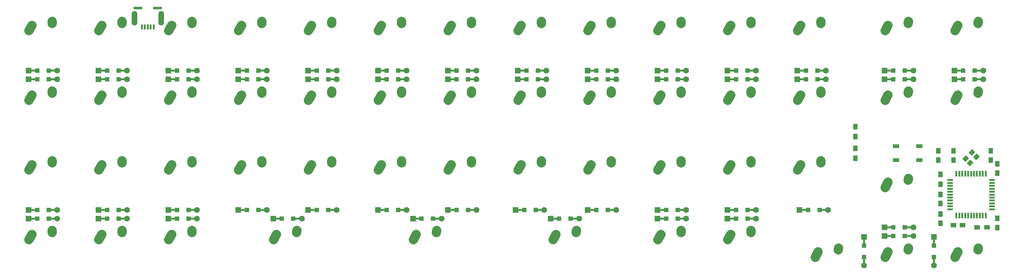
<source format=gbr>
G04 #@! TF.FileFunction,Copper,L2,Bot,Signal*
%FSLAX46Y46*%
G04 Gerber Fmt 4.6, Leading zero omitted, Abs format (unit mm)*
G04 Created by KiCad (PCBNEW 4.0.7) date 07/11/18 03:04:03*
%MOMM*%
%LPD*%
G01*
G04 APERTURE LIST*
%ADD10C,0.100000*%
%ADD11R,1.250000X1.500000*%
%ADD12R,1.500000X1.250000*%
%ADD13R,1.200000X1.200000*%
%ADD14R,1.600000X1.600000*%
%ADD15C,1.600000*%
%ADD16R,2.500000X0.500000*%
%ADD17R,0.500000X2.500000*%
%ADD18R,2.350000X0.800000*%
%ADD19R,0.500000X1.400000*%
%ADD20O,1.500000X4.000000*%
%ADD21C,2.500000*%
%ADD22R,1.300000X1.500000*%
%ADD23R,1.500000X1.300000*%
%ADD24R,1.700000X1.000000*%
%ADD25R,1.500000X0.550000*%
%ADD26R,0.550000X1.500000*%
G04 APERTURE END LIST*
D10*
D11*
X272057813Y-58995313D03*
X272057813Y-56495313D03*
X282178125Y-58995313D03*
X282178125Y-56495313D03*
X283964063Y-77450000D03*
X283964063Y-74950000D03*
X283964063Y-62567188D03*
X283964063Y-60067188D03*
X268485938Y-68401563D03*
X268485938Y-70901563D03*
X267890625Y-58995313D03*
X267890625Y-56495313D03*
D12*
X271998438Y-76795313D03*
X274498438Y-76795313D03*
D11*
X268485938Y-76259375D03*
X268485938Y-73759375D03*
D13*
X25387500Y-34528125D03*
X22237500Y-34528125D03*
D14*
X19912500Y-34528125D03*
D15*
X27712500Y-34528125D03*
D16*
X21112500Y-34528125D03*
X26512500Y-34528125D03*
D13*
X25387500Y-36909375D03*
X22237500Y-36909375D03*
D14*
X19912500Y-36909375D03*
D15*
X27712500Y-36909375D03*
D16*
X21112500Y-36909375D03*
X26512500Y-36909375D03*
D13*
X25387500Y-72628125D03*
X22237500Y-72628125D03*
D14*
X19912500Y-72628125D03*
D15*
X27712500Y-72628125D03*
D16*
X21112500Y-72628125D03*
X26512500Y-72628125D03*
D13*
X25387500Y-75009375D03*
X22237500Y-75009375D03*
D14*
X19912500Y-75009375D03*
D15*
X27712500Y-75009375D03*
D16*
X21112500Y-75009375D03*
X26512500Y-75009375D03*
D13*
X44437500Y-34528125D03*
X41287500Y-34528125D03*
D14*
X38962500Y-34528125D03*
D15*
X46762500Y-34528125D03*
D16*
X40162500Y-34528125D03*
X45562500Y-34528125D03*
D13*
X44437500Y-36909375D03*
X41287500Y-36909375D03*
D14*
X38962500Y-36909375D03*
D15*
X46762500Y-36909375D03*
D16*
X40162500Y-36909375D03*
X45562500Y-36909375D03*
D13*
X44437500Y-72628125D03*
X41287500Y-72628125D03*
D14*
X38962500Y-72628125D03*
D15*
X46762500Y-72628125D03*
D16*
X40162500Y-72628125D03*
X45562500Y-72628125D03*
D13*
X44437500Y-75009375D03*
X41287500Y-75009375D03*
D14*
X38962500Y-75009375D03*
D15*
X46762500Y-75009375D03*
D16*
X40162500Y-75009375D03*
X45562500Y-75009375D03*
D13*
X63487500Y-34528125D03*
X60337500Y-34528125D03*
D14*
X58012500Y-34528125D03*
D15*
X65812500Y-34528125D03*
D16*
X59212500Y-34528125D03*
X64612500Y-34528125D03*
D13*
X63487500Y-36909375D03*
X60337500Y-36909375D03*
D14*
X58012500Y-36909375D03*
D15*
X65812500Y-36909375D03*
D16*
X59212500Y-36909375D03*
X64612500Y-36909375D03*
D13*
X63487500Y-72628125D03*
X60337500Y-72628125D03*
D14*
X58012500Y-72628125D03*
D15*
X65812500Y-72628125D03*
D16*
X59212500Y-72628125D03*
X64612500Y-72628125D03*
D13*
X63487500Y-75009375D03*
X60337500Y-75009375D03*
D14*
X58012500Y-75009375D03*
D15*
X65812500Y-75009375D03*
D16*
X59212500Y-75009375D03*
X64612500Y-75009375D03*
D13*
X82537500Y-34528125D03*
X79387500Y-34528125D03*
D14*
X77062500Y-34528125D03*
D15*
X84862500Y-34528125D03*
D16*
X78262500Y-34528125D03*
X83662500Y-34528125D03*
D13*
X82537500Y-36909375D03*
X79387500Y-36909375D03*
D14*
X77062500Y-36909375D03*
D15*
X84862500Y-36909375D03*
D16*
X78262500Y-36909375D03*
X83662500Y-36909375D03*
D13*
X82537500Y-72628125D03*
X79387500Y-72628125D03*
D14*
X77062500Y-72628125D03*
D15*
X84862500Y-72628125D03*
D16*
X78262500Y-72628125D03*
X83662500Y-72628125D03*
D13*
X92062500Y-75009375D03*
X88912500Y-75009375D03*
D14*
X86587500Y-75009375D03*
D15*
X94387500Y-75009375D03*
D16*
X87787500Y-75009375D03*
X93187500Y-75009375D03*
D13*
X101587500Y-34528125D03*
X98437500Y-34528125D03*
D14*
X96112500Y-34528125D03*
D15*
X103912500Y-34528125D03*
D16*
X97312500Y-34528125D03*
X102712500Y-34528125D03*
D13*
X101587500Y-36909375D03*
X98437500Y-36909375D03*
D14*
X96112500Y-36909375D03*
D15*
X103912500Y-36909375D03*
D16*
X97312500Y-36909375D03*
X102712500Y-36909375D03*
D13*
X101587500Y-72628125D03*
X98437500Y-72628125D03*
D14*
X96112500Y-72628125D03*
D15*
X103912500Y-72628125D03*
D16*
X97312500Y-72628125D03*
X102712500Y-72628125D03*
D13*
X120637500Y-34528125D03*
X117487500Y-34528125D03*
D14*
X115162500Y-34528125D03*
D15*
X122962500Y-34528125D03*
D16*
X116362500Y-34528125D03*
X121762500Y-34528125D03*
D13*
X120637500Y-36909375D03*
X117487500Y-36909375D03*
D14*
X115162500Y-36909375D03*
D15*
X122962500Y-36909375D03*
D16*
X116362500Y-36909375D03*
X121762500Y-36909375D03*
D13*
X120637500Y-72628125D03*
X117487500Y-72628125D03*
D14*
X115162500Y-72628125D03*
D15*
X122962500Y-72628125D03*
D16*
X116362500Y-72628125D03*
X121762500Y-72628125D03*
D13*
X130162500Y-75009375D03*
X127012500Y-75009375D03*
D14*
X124687500Y-75009375D03*
D15*
X132487500Y-75009375D03*
D16*
X125887500Y-75009375D03*
X131287500Y-75009375D03*
D13*
X139687500Y-34528125D03*
X136537500Y-34528125D03*
D14*
X134212500Y-34528125D03*
D15*
X142012500Y-34528125D03*
D16*
X135412500Y-34528125D03*
X140812500Y-34528125D03*
D13*
X139687500Y-36909375D03*
X136537500Y-36909375D03*
D14*
X134212500Y-36909375D03*
D15*
X142012500Y-36909375D03*
D16*
X135412500Y-36909375D03*
X140812500Y-36909375D03*
D13*
X139687500Y-72628125D03*
X136537500Y-72628125D03*
D14*
X134212500Y-72628125D03*
D15*
X142012500Y-72628125D03*
D16*
X135412500Y-72628125D03*
X140812500Y-72628125D03*
D13*
X158737500Y-34528125D03*
X155587500Y-34528125D03*
D14*
X153262500Y-34528125D03*
D15*
X161062500Y-34528125D03*
D16*
X154462500Y-34528125D03*
X159862500Y-34528125D03*
D13*
X158737500Y-36909375D03*
X155587500Y-36909375D03*
D14*
X153262500Y-36909375D03*
D15*
X161062500Y-36909375D03*
D16*
X154462500Y-36909375D03*
X159862500Y-36909375D03*
D13*
X158142188Y-72628125D03*
X154992188Y-72628125D03*
D14*
X152667188Y-72628125D03*
D15*
X160467188Y-72628125D03*
D16*
X153867188Y-72628125D03*
X159267188Y-72628125D03*
D13*
X167667188Y-75009375D03*
X164517188Y-75009375D03*
D14*
X162192188Y-75009375D03*
D15*
X169992188Y-75009375D03*
D16*
X163392188Y-75009375D03*
X168792188Y-75009375D03*
D13*
X177787500Y-34528125D03*
X174637500Y-34528125D03*
D14*
X172312500Y-34528125D03*
D15*
X180112500Y-34528125D03*
D16*
X173512500Y-34528125D03*
X178912500Y-34528125D03*
D13*
X177787500Y-36909375D03*
X174637500Y-36909375D03*
D14*
X172312500Y-36909375D03*
D15*
X180112500Y-36909375D03*
D16*
X173512500Y-36909375D03*
X178912500Y-36909375D03*
D13*
X177787500Y-72628125D03*
X174637500Y-72628125D03*
D14*
X172312500Y-72628125D03*
D15*
X180112500Y-72628125D03*
D16*
X173512500Y-72628125D03*
X178912500Y-72628125D03*
D13*
X196837500Y-34528125D03*
X193687500Y-34528125D03*
D14*
X191362500Y-34528125D03*
D15*
X199162500Y-34528125D03*
D16*
X192562500Y-34528125D03*
X197962500Y-34528125D03*
D13*
X196837500Y-36909375D03*
X193687500Y-36909375D03*
D14*
X191362500Y-36909375D03*
D15*
X199162500Y-36909375D03*
D16*
X192562500Y-36909375D03*
X197962500Y-36909375D03*
D13*
X196837500Y-72628125D03*
X193687500Y-72628125D03*
D14*
X191362500Y-72628125D03*
D15*
X199162500Y-72628125D03*
D16*
X192562500Y-72628125D03*
X197962500Y-72628125D03*
D13*
X196837500Y-75009375D03*
X193687500Y-75009375D03*
D14*
X191362500Y-75009375D03*
D15*
X199162500Y-75009375D03*
D16*
X192562500Y-75009375D03*
X197962500Y-75009375D03*
D13*
X215887500Y-34528125D03*
X212737500Y-34528125D03*
D14*
X210412500Y-34528125D03*
D15*
X218212500Y-34528125D03*
D16*
X211612500Y-34528125D03*
X217012500Y-34528125D03*
D13*
X215887500Y-36909375D03*
X212737500Y-36909375D03*
D14*
X210412500Y-36909375D03*
D15*
X218212500Y-36909375D03*
D16*
X211612500Y-36909375D03*
X217012500Y-36909375D03*
D13*
X215887500Y-72628125D03*
X212737500Y-72628125D03*
D14*
X210412500Y-72628125D03*
D15*
X218212500Y-72628125D03*
D16*
X211612500Y-72628125D03*
X217012500Y-72628125D03*
D13*
X215887500Y-75009375D03*
X212737500Y-75009375D03*
D14*
X210412500Y-75009375D03*
D15*
X218212500Y-75009375D03*
D16*
X211612500Y-75009375D03*
X217012500Y-75009375D03*
D13*
X234937500Y-34528125D03*
X231787500Y-34528125D03*
D14*
X229462500Y-34528125D03*
D15*
X237262500Y-34528125D03*
D16*
X230662500Y-34528125D03*
X236062500Y-34528125D03*
D13*
X234937500Y-36909375D03*
X231787500Y-36909375D03*
D14*
X229462500Y-36909375D03*
D15*
X237262500Y-36909375D03*
D16*
X230662500Y-36909375D03*
X236062500Y-36909375D03*
D13*
X235532813Y-72628125D03*
X232382813Y-72628125D03*
D14*
X230057813Y-72628125D03*
D15*
X237857813Y-72628125D03*
D16*
X231257813Y-72628125D03*
X236657813Y-72628125D03*
D13*
X247650000Y-85514063D03*
X247650000Y-82364063D03*
D14*
X247650000Y-80039063D03*
D15*
X247650000Y-87839063D03*
D17*
X247650000Y-81239063D03*
X247650000Y-86639063D03*
D13*
X258750000Y-34528125D03*
X255600000Y-34528125D03*
D14*
X253275000Y-34528125D03*
D15*
X261075000Y-34528125D03*
D16*
X254475000Y-34528125D03*
X259875000Y-34528125D03*
D13*
X258750000Y-36909375D03*
X255600000Y-36909375D03*
D14*
X253275000Y-36909375D03*
D15*
X261075000Y-36909375D03*
D16*
X254475000Y-36909375D03*
X259875000Y-36909375D03*
D13*
X258750000Y-77390625D03*
X255600000Y-77390625D03*
D14*
X253275000Y-77390625D03*
D15*
X261075000Y-77390625D03*
D16*
X254475000Y-77390625D03*
X259875000Y-77390625D03*
D13*
X258750000Y-79771875D03*
X255600000Y-79771875D03*
D14*
X253275000Y-79771875D03*
D15*
X261075000Y-79771875D03*
D16*
X254475000Y-79771875D03*
X259875000Y-79771875D03*
D13*
X277800000Y-34528125D03*
X274650000Y-34528125D03*
D14*
X272325000Y-34528125D03*
D15*
X280125000Y-34528125D03*
D16*
X273525000Y-34528125D03*
X278925000Y-34528125D03*
D13*
X277800000Y-36909375D03*
X274650000Y-36909375D03*
D14*
X272325000Y-36909375D03*
D15*
X280125000Y-36909375D03*
D16*
X273525000Y-36909375D03*
X278925000Y-36909375D03*
D13*
X266700000Y-85514063D03*
X266700000Y-82364063D03*
D14*
X266700000Y-80039063D03*
D15*
X266700000Y-87839063D03*
D17*
X266700000Y-81239063D03*
X266700000Y-86639063D03*
D18*
X55062500Y-17421875D03*
X49712500Y-17421875D03*
D19*
X50787500Y-22621875D03*
X51587500Y-22621875D03*
X52387500Y-22621875D03*
X53187500Y-22621875D03*
X53987500Y-22621875D03*
D20*
X48737500Y-20221875D03*
X56037500Y-20221875D03*
D21*
X230362953Y-41243796D02*
X229552047Y-42703704D01*
X235902224Y-40164422D02*
X235862776Y-40743078D01*
X211312953Y-60293796D02*
X210502047Y-61753704D01*
X216852224Y-59214422D02*
X216812776Y-59793078D01*
X211312953Y-41243796D02*
X210502047Y-42703704D01*
X216852224Y-40164422D02*
X216812776Y-40743078D01*
X173212953Y-60293796D02*
X172402047Y-61753704D01*
X178752224Y-59214422D02*
X178712776Y-59793078D01*
X192262953Y-60293796D02*
X191452047Y-61753704D01*
X197802224Y-59214422D02*
X197762776Y-59793078D01*
X39862953Y-41243796D02*
X39052047Y-42703704D01*
X45402224Y-40164422D02*
X45362776Y-40743078D01*
X116062953Y-60293796D02*
X115252047Y-61753704D01*
X121602224Y-59214422D02*
X121562776Y-59793078D01*
X230362953Y-22193796D02*
X229552047Y-23653704D01*
X235902224Y-21114422D02*
X235862776Y-21693078D01*
X254175453Y-41243796D02*
X253364547Y-42703704D01*
X259714724Y-40164422D02*
X259675276Y-40743078D01*
X273225453Y-41243796D02*
X272414547Y-42703704D01*
X278764724Y-40164422D02*
X278725276Y-40743078D01*
X77962953Y-60293796D02*
X77152047Y-61753704D01*
X83502224Y-59214422D02*
X83462776Y-59793078D01*
X20812953Y-79343796D02*
X20002047Y-80803704D01*
X26352224Y-78264422D02*
X26312776Y-78843078D01*
X77962953Y-41243796D02*
X77152047Y-42703704D01*
X83502224Y-40164422D02*
X83462776Y-40743078D01*
X254175453Y-84106296D02*
X253364547Y-85566204D01*
X259714724Y-83026922D02*
X259675276Y-83605578D01*
X77962953Y-22193796D02*
X77152047Y-23653704D01*
X83502224Y-21114422D02*
X83462776Y-21693078D01*
X20812953Y-41243796D02*
X20002047Y-42703704D01*
X26352224Y-40164422D02*
X26312776Y-40743078D01*
X97012953Y-41243796D02*
X96202047Y-42703704D01*
X102552224Y-40164422D02*
X102512776Y-40743078D01*
X211312953Y-79343796D02*
X210502047Y-80803704D01*
X216852224Y-78264422D02*
X216812776Y-78843078D01*
X116062953Y-41243796D02*
X115252047Y-42703704D01*
X121602224Y-40164422D02*
X121562776Y-40743078D01*
X135112953Y-41243796D02*
X134302047Y-42703704D01*
X140652224Y-40164422D02*
X140612776Y-40743078D01*
X173212953Y-22193796D02*
X172402047Y-23653704D01*
X178752224Y-21114422D02*
X178712776Y-21693078D01*
X154162953Y-41243796D02*
X153352047Y-42703704D01*
X159702224Y-40164422D02*
X159662776Y-40743078D01*
X173212953Y-41243796D02*
X172402047Y-42703704D01*
X178752224Y-40164422D02*
X178712776Y-40743078D01*
X192262953Y-41243796D02*
X191452047Y-42703704D01*
X197802224Y-40164422D02*
X197762776Y-40743078D01*
X58912953Y-79343796D02*
X58102047Y-80803704D01*
X64452224Y-78264422D02*
X64412776Y-78843078D01*
X235125453Y-84106296D02*
X234314547Y-85566204D01*
X240664724Y-83026922D02*
X240625276Y-83605578D01*
X20812953Y-60293796D02*
X20002047Y-61753704D01*
X26352224Y-59214422D02*
X26312776Y-59793078D01*
X87487953Y-79343796D02*
X86677047Y-80803704D01*
X93027224Y-78264422D02*
X92987776Y-78843078D01*
X154162953Y-60293796D02*
X153352047Y-61753704D01*
X159702224Y-59214422D02*
X159662776Y-59793078D01*
X125587953Y-79343796D02*
X124777047Y-80803704D01*
X131127224Y-78264422D02*
X131087776Y-78843078D01*
X135112953Y-60293796D02*
X134302047Y-61753704D01*
X140652224Y-59214422D02*
X140612776Y-59793078D01*
X192262953Y-22193796D02*
X191452047Y-23653704D01*
X197802224Y-21114422D02*
X197762776Y-21693078D01*
X211312953Y-22193796D02*
X210502047Y-23653704D01*
X216852224Y-21114422D02*
X216812776Y-21693078D01*
X39862953Y-22193796D02*
X39052047Y-23653704D01*
X45402224Y-21114422D02*
X45362776Y-21693078D01*
X97012953Y-22193796D02*
X96202047Y-23653704D01*
X102552224Y-21114422D02*
X102512776Y-21693078D01*
X192262953Y-79343796D02*
X191452047Y-80803704D01*
X197802224Y-78264422D02*
X197762776Y-78843078D01*
X273225453Y-84106296D02*
X272414547Y-85566204D01*
X278764724Y-83026922D02*
X278725276Y-83605578D01*
X230362953Y-60293796D02*
X229552047Y-61753704D01*
X235902224Y-59214422D02*
X235862776Y-59793078D01*
X163687953Y-79343796D02*
X162877047Y-80803704D01*
X169227224Y-78264422D02*
X169187776Y-78843078D01*
X58912953Y-41243796D02*
X58102047Y-42703704D01*
X64452224Y-40164422D02*
X64412776Y-40743078D01*
X116062953Y-22193796D02*
X115252047Y-23653704D01*
X121602224Y-21114422D02*
X121562776Y-21693078D01*
X20812953Y-22193796D02*
X20002047Y-23653704D01*
X26352224Y-21114422D02*
X26312776Y-21693078D01*
X254175453Y-22193796D02*
X253364547Y-23653704D01*
X259714724Y-21114422D02*
X259675276Y-21693078D01*
X273225453Y-22193796D02*
X272414547Y-23653704D01*
X278764724Y-21114422D02*
X278725276Y-21693078D01*
X154162953Y-22193796D02*
X153352047Y-23653704D01*
X159702224Y-21114422D02*
X159662776Y-21693078D01*
X254175453Y-65056296D02*
X253364547Y-66516204D01*
X259714724Y-63976922D02*
X259675276Y-64555578D01*
X97012953Y-60293796D02*
X96202047Y-61753704D01*
X102552224Y-59214422D02*
X102512776Y-59793078D01*
X58912953Y-22193796D02*
X58102047Y-23653704D01*
X64452224Y-21114422D02*
X64412776Y-21693078D01*
X39862953Y-79343796D02*
X39052047Y-80803704D01*
X45402224Y-78264422D02*
X45362776Y-78843078D01*
X58912953Y-60293796D02*
X58102047Y-61753704D01*
X64452224Y-59214422D02*
X64412776Y-59793078D01*
X135112953Y-22193796D02*
X134302047Y-23653704D01*
X140652224Y-21114422D02*
X140612776Y-21693078D01*
X39862953Y-60293796D02*
X39052047Y-61753704D01*
X45402224Y-59214422D02*
X45362776Y-59793078D01*
D22*
X268485938Y-62943750D03*
X268485938Y-65643750D03*
D23*
X278446875Y-77390625D03*
X281146875Y-77390625D03*
D22*
X245268750Y-58500000D03*
X245268750Y-55800000D03*
X245268750Y-52546875D03*
X245268750Y-49846875D03*
D24*
X256406250Y-59050000D03*
X262706250Y-59050000D03*
X256406250Y-55250000D03*
X262706250Y-55250000D03*
D25*
X271120313Y-72460938D03*
X271120313Y-71660938D03*
X271120313Y-70860938D03*
X271120313Y-70060938D03*
X271120313Y-69260938D03*
X271120313Y-68460938D03*
X271120313Y-67660938D03*
X271120313Y-66860938D03*
X271120313Y-66060938D03*
X271120313Y-65260938D03*
X271120313Y-64460938D03*
D26*
X272820313Y-62760938D03*
X273620313Y-62760938D03*
X274420313Y-62760938D03*
X275220313Y-62760938D03*
X276020313Y-62760938D03*
X276820313Y-62760938D03*
X277620313Y-62760938D03*
X278420313Y-62760938D03*
X279220313Y-62760938D03*
X280020313Y-62760938D03*
X280820313Y-62760938D03*
D25*
X282520313Y-64460938D03*
X282520313Y-65260938D03*
X282520313Y-66060938D03*
X282520313Y-66860938D03*
X282520313Y-67660938D03*
X282520313Y-68460938D03*
X282520313Y-69260938D03*
X282520313Y-70060938D03*
X282520313Y-70860938D03*
X282520313Y-71660938D03*
X282520313Y-72460938D03*
D26*
X280820313Y-74160938D03*
X280020313Y-74160938D03*
X279220313Y-74160938D03*
X278420313Y-74160938D03*
X277620313Y-74160938D03*
X276820313Y-74160938D03*
X276020313Y-74160938D03*
X275220313Y-74160938D03*
X274420313Y-74160938D03*
X273620313Y-74160938D03*
X272820313Y-74160938D03*
D10*
G36*
X276502115Y-60709433D02*
X275653587Y-59860905D01*
X276643537Y-58870955D01*
X277492065Y-59719483D01*
X276502115Y-60709433D01*
X276502115Y-60709433D01*
G37*
G36*
X278199171Y-59012377D02*
X277350643Y-58163849D01*
X278340593Y-57173899D01*
X279189121Y-58022427D01*
X278199171Y-59012377D01*
X278199171Y-59012377D01*
G37*
G36*
X275300033Y-59507351D02*
X274451505Y-58658823D01*
X275441455Y-57668873D01*
X276289983Y-58517401D01*
X275300033Y-59507351D01*
X275300033Y-59507351D01*
G37*
G36*
X276997089Y-57810295D02*
X276148561Y-56961767D01*
X277138511Y-55971817D01*
X277987039Y-56820345D01*
X276997089Y-57810295D01*
X276997089Y-57810295D01*
G37*
M02*

</source>
